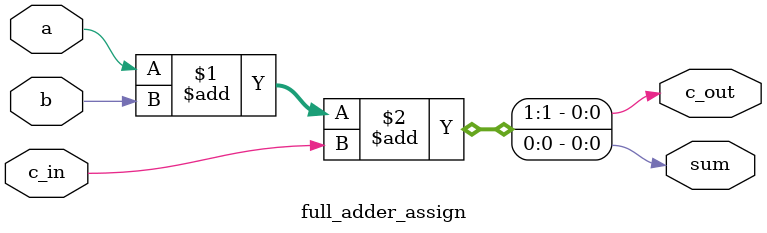
<source format=v>
`timescale 1ns / 1ps


module full_adder_assign(
input a,b,c_in,
output c_out,sum
    );
    
    assign {c_out, sum} = a + b + c_in;
    
endmodule

</source>
